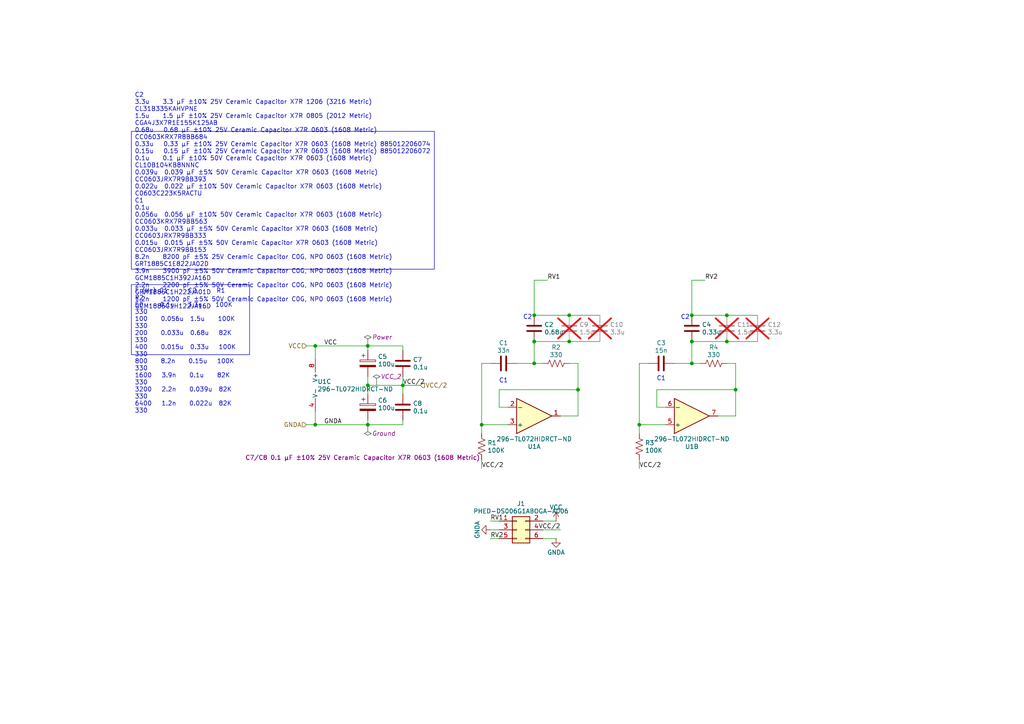
<source format=kicad_sch>
(kicad_sch (version 20231120) (generator "eeschema") (generator_version "8.0")
  (paper "A4")
  (title_block (title "2-Band-Gyrator") (date "2024-11-23") (rev "1.0"))
  (lib_symbols
    (symbol "Amplifier_Operational:TL072" (pin_names (offset 0.127))
      (property "Reference" "U" (at 0 5.08 0))
      (property "Value" "TL072" (at 0 -5.08 0))
      (symbol "TL072_1_1"
        (polyline (pts (xy -5.08 5.08) (xy 5.08 0) (xy -5.08 -5.08) (xy -5.08 5.08)) (stroke (width 0.254)) (fill (type background)))
        (pin output line (at 7.62 0 180) (length 2.54) (name "~") (number "1"))
        (pin input line (at -7.62 -2.54 0) (length 2.54) (name "-") (number "2"))
        (pin input line (at -7.62 2.54 0) (length 2.54) (name "+") (number "3"))
      )
      (symbol "TL072_2_1"
        (polyline (pts (xy -5.08 5.08) (xy 5.08 0) (xy -5.08 -5.08) (xy -5.08 5.08)) (stroke (width 0.254)) (fill (type background)))
        (pin input line (at -7.62 2.54 0) (length 2.54) (name "+") (number "5"))
        (pin input line (at -7.62 -2.54 0) (length 2.54) (name "-") (number "6"))
        (pin output line (at 7.62 0 180) (length 2.54) (name "~") (number "7"))
      )
      (symbol "TL072_3_1"
        (pin power_in line (at -2.54 -7.62 90) (length 3.81) (name "V-") (number "4"))
        (pin power_in line (at -2.54 7.62 270) (length 3.81) (name "V+") (number "8"))
      )
    )
    (symbol "Connector_Generic:Conn_02x03_Odd_Even" (pin_names (offset 1.016) hide)
      (property "Reference" "J" (at 1.27 5.08 0))
      (property "Value" "Conn_02x03_Odd_Even" (at 1.27 -5.08 0))
      (symbol "Conn_02x03_Odd_Even_1_1"
        (rectangle (start -1.27 -2.413) (end 0 -2.667) (stroke (width 0.1524)))
        (rectangle (start -1.27 0.127) (end 0 -0.127) (stroke (width 0.1524)))
        (rectangle (start -1.27 2.667) (end 0 2.413) (stroke (width 0.1524)))
        (rectangle (start -1.27 3.81) (end 3.81 -3.81) (stroke (width 0.254)) (fill (type background)))
        (rectangle (start 3.81 -2.413) (end 2.54 -2.667) (stroke (width 0.1524)))
        (rectangle (start 3.81 0.127) (end 2.54 -0.127) (stroke (width 0.1524)))
        (rectangle (start 3.81 2.667) (end 2.54 2.413) (stroke (width 0.1524)))
        (pin passive line (at -5.08 2.54 0) (length 3.81) (name "Pin_1") (number "1"))
        (pin passive line (at 7.62 2.54 180) (length 3.81) (name "Pin_2") (number "2"))
        (pin passive line (at -5.08 0 0) (length 3.81) (name "Pin_3") (number "3"))
        (pin passive line (at 7.62 0 180) (length 3.81) (name "Pin_4") (number "4"))
        (pin passive line (at -5.08 -2.54 0) (length 3.81) (name "Pin_5") (number "5"))
        (pin passive line (at 7.62 -2.54 180) (length 3.81) (name "Pin_6") (number "6"))
      )
    )
    (symbol "Device:C" (pin_numbers hide) (pin_names (offset 0.254))
      (property "Reference" "C" (at 0.635 2.54 0))
      (property "Value" "C" (at 0.635 -2.54 0))
      (symbol "C_0_1"
        (polyline (pts (xy -2.032 -0.762) (xy 2.032 -0.762)) (stroke (width 0.508)))
        (polyline (pts (xy -2.032 0.762) (xy 2.032 0.762)) (stroke (width 0.508)))
      )
      (symbol "C_1_1"
        (pin passive line (at 0 3.81 270) (length 2.794) (name "~") (number "1"))
        (pin passive line (at 0 -3.81 90) (length 2.794) (name "~") (number "2"))
      )
    )
    (symbol "Device:C_Polarized" (pin_numbers hide) (pin_names (offset 0.254))
      (property "Reference" "C" (at 0.635 2.54 0))
      (property "Value" "C_Polarized" (at 0.635 -2.54 0))
      (symbol "C_Polarized_0_1"
        (rectangle (start -2.286 0.508) (end 2.286 1.016))
        (polyline (pts (xy -1.778 2.286) (xy -0.762 2.286)))
        (polyline (pts (xy -1.27 2.794) (xy -1.27 1.778)))
        (rectangle (start 2.286 -0.508) (end -2.286 -1.016) (fill (type outline)))
      )
      (symbol "C_Polarized_1_1"
        (pin passive line (at 0 3.81 270) (length 2.794) (name "~") (number "1"))
        (pin passive line (at 0 -3.81 90) (length 2.794) (name "~") (number "2"))
      )
    )
    (symbol "Device:R_US" (pin_numbers hide) (pin_names (offset 0))
      (property "Reference" "R" (at 2.54 0 90))
      (property "Value" "R_US" (at -2.54 0 90))
      (symbol "R_US_0_1"
        (polyline (pts (xy 0 -2.286) (xy 0 -2.54)))
        (polyline (pts (xy 0 2.286) (xy 0 2.54)))
        (polyline (pts (xy 0 -0.762) (xy 1.016 -1.143) (xy 0 -1.524) (xy -1.016 -1.905) (xy 0 -2.286)))
        (polyline (pts (xy 0 0.762) (xy 1.016 0.381) (xy 0 0) (xy -1.016 -0.381) (xy 0 -0.762)))
        (polyline (pts (xy 0 2.286) (xy 1.016 1.905) (xy 0 1.524) (xy -1.016 1.143) (xy 0 0.762)))
      )
      (symbol "R_US_1_1"
        (pin passive line (at 0 3.81 270) (length 1.27) (name "~") (number "1"))
        (pin passive line (at 0 -3.81 90) (length 1.27) (name "~") (number "2"))
      )
    )
    (symbol "power:GNDA" (power) (pin_numbers hide) (pin_names (offset 0) hide)
      (property "Value" "GNDA" (at 0 -3.81 0))
      (symbol "GNDA_0_1"
        (polyline (pts (xy 0 0) (xy 0 -1.27) (xy 1.27 -1.27) (xy 0 -2.54) (xy -1.27 -1.27) (xy 0 -1.27)))
      )
      (symbol "GNDA_1_1"
        (pin power_in line (at 0 0 270) (length 0) (name "~") (number "1"))
      )
    )
    (symbol "power:VCC" (power) (pin_numbers hide) (pin_names (offset 0) hide)
      (property "Value" "VCC" (at 0 3.556 0))
      (symbol "VCC_0_1"
        (polyline (pts (xy -0.762 1.27) (xy 0 2.54)))
        (polyline (pts (xy 0 0) (xy 0 2.54)))
        (polyline (pts (xy 0 2.54) (xy 0.762 1.27)))
      )
      (symbol "VCC_1_1"
        (pin power_in line (at 0 0 90) (length 0) (name "~") (number "1"))
      )
    )
  )
  (junction (at 116.84 111.76))
  (junction (at 139.7 123.19))
  (junction (at 165.1 99.06))
  (junction (at 210.82 99.06))
  (junction (at 185.42 123.19))
  (junction (at 106.68 111.76))
  (junction (at 91.44 123.19))
  (junction (at 154.94 91.44))
  (junction (at 91.44 100.33))
  (junction (at 106.68 123.19))
  (junction (at 200.66 99.06))
  (junction (at 200.66 91.44))
  (junction (at 165.1 91.44))
  (junction (at 154.94 105.41))
  (junction (at 200.66 105.41))
  (junction (at 106.68 100.33))
  (junction (at 213.36 113.03))
  (junction (at 210.82 91.44))
  (junction (at 167.64 113.03))
  (junction (at 154.94 99.06))
  (wire (pts (xy 116.84 100.33) (xy 116.84 101.6)))
  (wire (pts (xy 142.24 105.41) (xy 139.7 105.41)))
  (wire (pts (xy 116.84 121.92) (xy 116.84 123.19)))
  (wire (pts (xy 142.24 156.21) (xy 144.78 156.21)))
  (wire (pts (xy 144.78 113.03) (xy 144.78 118.11)))
  (wire (pts (xy 144.78 118.11) (xy 147.32 118.11)))
  (wire (pts (xy 161.29 156.21) (xy 157.48 156.21)))
  (wire (pts (xy 154.94 99.06) (xy 165.1 99.06)))
  (wire (pts (xy 167.64 113.03) (xy 167.64 120.65)))
  (wire (pts (xy 106.68 109.22) (xy 106.68 111.76)))
  (wire (pts (xy 144.78 113.03) (xy 167.64 113.03)))
  (wire (pts (xy 185.42 105.41) (xy 185.42 123.19)))
  (wire (pts (xy 213.36 113.03) (xy 213.36 105.41)))
  (wire (pts (xy 106.68 123.19) (xy 106.68 121.92)))
  (wire (pts (xy 200.66 81.28) (xy 204.47 81.28)))
  (wire (pts (xy 154.94 91.44) (xy 165.1 91.44)))
  (wire (pts (xy 154.94 81.28) (xy 158.75 81.28)))
  (wire (pts (xy 167.64 105.41) (xy 165.1 105.41)))
  (wire (pts (xy 139.7 123.19) (xy 147.32 123.19)))
  (wire (pts (xy 91.44 100.33) (xy 91.44 104.14)))
  (wire (pts (xy 142.24 153.67) (xy 144.78 153.67)))
  (wire (pts (xy 193.04 118.11) (xy 190.5 118.11)))
  (wire (pts (xy 161.29 151.13) (xy 157.48 151.13)))
  (wire (pts (xy 116.84 111.76) (xy 106.68 111.76)))
  (wire (pts (xy 162.56 153.67) (xy 157.48 153.67)))
  (wire (pts (xy 139.7 105.41) (xy 139.7 123.19)))
  (wire (pts (xy 106.68 100.33) (xy 116.84 100.33)))
  (wire (pts (xy 91.44 119.38) (xy 91.44 123.19)))
  (wire (pts (xy 210.82 91.44) (xy 219.71 91.44)))
  (wire (pts (xy 88.9 100.33) (xy 91.44 100.33)))
  (wire (pts (xy 200.66 91.44) (xy 210.82 91.44)))
  (wire (pts (xy 185.42 123.19) (xy 193.04 123.19)))
  (wire (pts (xy 165.1 99.06) (xy 173.99 99.06)))
  (wire (pts (xy 91.44 100.33) (xy 106.68 100.33)))
  (wire (pts (xy 200.66 99.06) (xy 210.82 99.06)))
  (wire (pts (xy 139.7 123.19) (xy 139.7 125.73)))
  (wire (pts (xy 190.5 113.03) (xy 213.36 113.03)))
  (wire (pts (xy 139.7 135.89) (xy 139.7 133.35)))
  (wire (pts (xy 149.86 105.41) (xy 154.94 105.41)))
  (wire (pts (xy 187.96 105.41) (xy 185.42 105.41)))
  (wire (pts (xy 185.42 135.89) (xy 185.42 133.35)))
  (wire (pts (xy 213.36 105.41) (xy 210.82 105.41)))
  (wire (pts (xy 185.42 123.19) (xy 185.42 125.73)))
  (wire (pts (xy 121.92 111.76) (xy 116.84 111.76)))
  (wire (pts (xy 116.84 123.19) (xy 106.68 123.19)))
  (wire (pts (xy 154.94 91.44) (xy 154.94 81.28)))
  (wire (pts (xy 213.36 120.65) (xy 208.28 120.65)))
  (wire (pts (xy 167.64 113.03) (xy 167.64 105.41)))
  (wire (pts (xy 190.5 118.11) (xy 190.5 113.03)))
  (wire (pts (xy 106.68 101.6) (xy 106.68 100.33)))
  (wire (pts (xy 165.1 91.44) (xy 173.99 91.44)))
  (wire (pts (xy 154.94 105.41) (xy 157.48 105.41)))
  (wire (pts (xy 213.36 113.03) (xy 213.36 120.65)))
  (wire (pts (xy 210.82 99.06) (xy 219.71 99.06)))
  (wire (pts (xy 116.84 111.76) (xy 116.84 114.3)))
  (wire (pts (xy 142.24 151.13) (xy 144.78 151.13)))
  (wire (pts (xy 154.94 99.06) (xy 154.94 105.41)))
  (wire (pts (xy 200.66 81.28) (xy 200.66 91.44)))
  (wire (pts (xy 91.44 123.19) (xy 106.68 123.19)))
  (wire (pts (xy 106.68 111.76) (xy 106.68 114.3)))
  (wire (pts (xy 200.66 105.41) (xy 203.2 105.41)))
  (wire (pts (xy 116.84 109.22) (xy 116.84 111.76)))
  (wire (pts (xy 167.64 120.65) (xy 162.56 120.65)))
  (wire (pts (xy 195.58 105.41) (xy 200.66 105.41)))
  (wire (pts (xy 200.66 99.06) (xy 200.66 105.41)))
  (wire (pts (xy 88.9 123.19) (xy 91.44 123.19)))
  (text_box "C2    \n3.3u    3.3 µF ±10% 25V Ceramic Capacitor X7R 1206 (3216 Metric) CL31B335KAHVPNE\n1.5u    1.5 µF ±10% 25V Ceramic Capacitor X7R 0805 (2012 Metric) CGA4J3X7R1E155K125AB\n0.68u   0.68 µF ±10% 25V Ceramic Capacitor X7R 0603 (1608 Metric) CC0603KRX7R8BB684\n0.33u   0.33 µF ±10% 25V Ceramic Capacitor X7R 0603 (1608 Metric) 885012206074\n0.15u   0.15 µF ±10% 25V Ceramic Capacitor X7R 0603 (1608 Metric) 885012206072\n0.1u    0.1 µF ±10% 50V Ceramic Capacitor X7R 0603 (1608 Metric) CL10B104KB8NNNC\n0.039u  0.039 µF ±5% 50V Ceramic Capacitor X7R 0603 (1608 Metric) CC0603JRX7R9BB393\n0.022u  0.022 µF ±10% 50V Ceramic Capacitor X7R 0603 (1608 Metric) C0603C223K5RACTU\nC1    \n0.1u    \n0.056u  0.056 µF ±10% 50V Ceramic Capacitor X7R 0603 (1608 Metric) CC0603KRX7R9BB563\n0.033u  0.033 µF ±5% 50V Ceramic Capacitor X7R 0603 (1608 Metric) CC0603JRX7R9BB333\n0.015u  0.015 µF ±5% 50V Ceramic Capacitor X7R 0603 (1608 Metric) CC0603JRX7R9BB153\n8.2n    8200 pF ±5% 25V Ceramic Capacitor C0G, NP0 0603 (1608 Metric) GRT1885C1E822JA02D\n3.9n    3900 pF ±5% 50V Ceramic Capacitor C0G, NP0 0603 (1608 Metric) GCM1885C1H392JA16D\n2.2n    2200 pF ±5% 50V Ceramic Capacitor C0G, NP0 0603 (1608 Metric) GRM1885C1H222JA01D\n1.2n    1200 pF ±5% 50V Ceramic Capacitor C0G, NP0 0603 (1608 Metric) GCM1885C1H122JA16D" (at 38.1 38.1 0) (size 87.8822 39.9827) (effects (font (size 1.27 1.27)) (justify left)))
  (text_box "F (Hz) C1      C2      R1     R2\n50     0.1u    3.3u    100K   330\n100    0.056u  1.5u    100K   330\n200    0.033u  0.68u   82K    330\n400    0.015u  0.33u   100K   330\n800    8.2n    0.15u   100K   330\n1600   3.9n    0.1u    82K    330\n3200   2.2n    0.039u  82K    330\n6400   1.2n    0.022u  82K    330" (at 38.1 82.55 0) (size 34.29 20.32) (effects (font (size 1.27 1.27)) (justify left top)))
  (text "C1" (at 191.77 109.855 0) (effects (font (size 1.27 1.27))))
  (text "C2" (at 198.755 92.075 0) (effects (font (size 1.27 1.27))))
  (text "C1" (at 146.05 110.49 0) (effects (font (size 1.27 1.27))))
  (text "C2" (at 153.035 92.075 0) (effects (font (size 1.27 1.27))))
  (label "VCC{slash}2" (at 139.7 135.89 0))
  (label "GNDA" (at 93.98 123.19 0))
  (label "RV1" (at 158.75 81.28 0))
  (label "VCC{slash}2" (at 185.42 135.89 0))
  (label "VCC" (at 93.98 100.33 0))
  (label "VCC{slash}2" (at 162.56 153.67 180))
  (label "VCC{slash}2" (at 116.84 111.76 0))
  (label "RV1" (at 142.24 151.13 0))
  (label "RV2" (at 142.24 156.21 0))
  (label "RV2" (at 204.47 81.28 0))
  (hierarchical_label "GNDA" (shape input) (at 88.9 123.19 180))
  (hierarchical_label "VCC{slash}2" (shape input) (at 121.92 111.76 0))
  (hierarchical_label "VCC" (shape input) (at 88.9 100.33 180))
  (netclass_flag "" (length 2.54) (shape diamond) (at 106.68 123.19 180) (property "Netclass" "Ground" (at 107.8865 125.73 0) (effects (font (italic yes)) (justify left))))
  (netclass_flag "" (length 2.54) (shape diamond) (at 109.22 111.76 0) (property "Netclass" "VCC_2" (at 110.4265 109.22 0) (effects (font (italic yes)) (justify left))))
  (netclass_flag "" (length 2.54) (shape diamond) (at 106.68 100.33 0) (property "Netclass" "Power" (at 107.8865 97.79 0) (effects (font (italic yes)) (justify left))))
  (symbol (lib_id "Device:R_US") (at 207.01 105.41 90) (unit 1)
    (property "Reference" "R4" (at 207.01 100.7317 90))
    (property "Value" "330" (at 207.01 102.9192 90))
    (property "Footprint" "Resistor_SMD:R_0805_2012Metric" (effects (hide yes)))
    (property "Description" "Resistor, US symbol" (effects (hide yes)))
  )
  (symbol (lib_id "Device:C") (at 219.71 95.25 180) (unit 1) (dnp yes)
    (property "Reference" "C12" (at 222.631 94.1562 0) (effects (justify right)))
    (property "Value" "3.3u" (at 222.631 96.3437 0) (effects (justify right)))
    (property "Footprint" "Capacitor_SMD:C_1206_3216Metric_Pad1.33x1.80mm_HandSolder" (effects (hide yes)))
  )
  (symbol (lib_id "Device:C") (at 146.05 105.41 90) (unit 1)
    (property "Reference" "C1" (at 146.05 99.4617 90))
    (property "Value" "33n" (at 146.05 101.6492 90))
    (property "Footprint" "Capacitor_SMD:C_0603_1608Metric_Pad1.08x0.95mm_HandSolder" (effects (hide yes)))
    (property "Description" "CC0603JRX7R9BB333" (effects (hide yes)))
  )
  (symbol (lib_id "power:GNDA") (at 161.29 156.21 0) (mirror y) (unit 1)
    (property "Reference" "#PWR06" (effects (hide yes)))
    (property "Value" "GNDA" (at 161.29 160.2247 0))
    (property "Description" "Power symbol creates a global label with name \"GNDA\" , analog ground" (effects (hide yes)))
  )
  (symbol (lib_id "power:GNDA") (at 142.24 153.67 270) (mirror x) (unit 1)
    (property "Reference" "#PWR04" (effects (hide yes)))
    (property "Value" "GNDA" (at 138.43 153.67 0))
    (property "Description" "Power symbol creates a global label with name \"GNDA\" , analog ground" (effects (hide yes)))
  )
  (symbol (lib_id "Amplifier_Operational:TL072") (at 93.98 111.76 0) (unit 3)
    (property "Reference" "U1" (at 92.075 110.6662 0) (effects (justify left)))
    (property "Value" "296-TL072HIDRCT-ND" (at 92.075 112.8537 0) (effects (justify left)))
    (property "Footprint" "Package_SO:SOIC-8_3.9x4.9mm_P1.27mm" (effects (hide yes)))
    (property "Datasheet" "https://www.digikey.com/en/products/detail/texas-instruments/TL072HIDR/15205173" (effects (hide yes)))
    (property "Description" "Dual Low-Noise JFET-Input Operational Amplifiers, DIP-8/SOIC-8" (effects (hide yes)))
  )
  (symbol (lib_id "Device:C") (at 200.66 95.25 180) (unit 1)
    (property "Reference" "C4" (at 203.581 94.1562 0) (effects (justify right)))
    (property "Value" "0.33u" (at 203.581 96.3437 0) (effects (justify right)))
    (property "Footprint" "Capacitor_SMD:C_0603_1608Metric_Pad1.08x0.95mm_HandSolder" (effects (hide yes)))
    (property "Datasheet" "https://www.digikey.com/en/products/detail/samsung-electro-mechanics/CL31B335KAHVPNE/5961344" (effects (hide yes)))
  )
  (symbol (lib_id "Amplifier_Operational:TL072") (at 200.66 120.65 0) (mirror x) (unit 2)
    (property "Reference" "U1" (at 200.66 129.5193 0))
    (property "Value" "296-TL072HIDRCT-ND" (at 200.66 127.3318 0))
    (property "Footprint" "Package_SO:SOIC-8_3.9x4.9mm_P1.27mm" (effects (hide yes)))
    (property "Datasheet" "https://www.digikey.com/en/products/detail/texas-instruments/TL072HIDR/15205173" (effects (hide yes)))
    (property "Description" "Dual Low-Noise JFET-Input Operational Amplifiers, DIP-8/SOIC-8" (effects (hide yes)))
  )
  (symbol (lib_id "Device:C") (at 191.77 105.41 90) (unit 1)
    (property "Reference" "C3" (at 191.77 99.4617 90))
    (property "Value" "15n" (at 191.77 101.6492 90))
    (property "Footprint" "Capacitor_SMD:C_0603_1608Metric_Pad1.08x0.95mm_HandSolder" (effects (hide yes)))
    (property "Description" "CC0603JRX7R9BB153" (effects (hide yes)))
  )
  (symbol (lib_id "Device:C") (at 116.84 118.11 180) (unit 1)
    (property "Reference" "C8" (at 119.761 117.0162 0) (effects (justify right)))
    (property "Value" "0.1u" (at 119.761 119.2037 0) (effects (justify right)))
    (property "Footprint" "Capacitor_SMD:C_0603_1608Metric_Pad1.08x0.95mm_HandSolder" (effects (hide yes)))
    (property "Datasheet" "https://www.digikey.com/en/products/detail/yageo/CC0603KRX7R8BB104/2103079" (effects (hide yes)))
    (property "Description" "0.1 µF ±10% 25V Ceramic Capacitor X7R 0603 (1608 Metric)" (effects (hide yes)))
  )
  (symbol (lib_id "Connector_Generic:Conn_02x03_Odd_Even") (at 149.86 153.67 0) (unit 1)
    (property "Reference" "J1" (at 151.13 146.0707 0))
    (property "Value" "PHED-DS006G1ABOGA-A006" (at 151.13 148.2582 0))
    (property "Footprint" "Connector_PinHeader_2.54mm:PinHeader_2x03_P2.54mm_Vertical" (effects (hide yes)))
    (property "Datasheet" "https://www.digikey.com/en/products/detail/superior-tech/PHED-DS006G1ABOGA-A006/16583466" (effects (hide yes)))
    (property "Description" "MALE HEADER VERTICAL THROUGH HOL" (effects (hide yes)))
  )
  (symbol (lib_id "Device:R_US") (at 139.7 129.54 180) (unit 1)
    (property "Reference" "R1" (at 141.351 128.4462 0) (effects (justify right)))
    (property "Value" "100K" (at 141.351 130.6337 0) (effects (justify right)))
    (property "Footprint" "Resistor_SMD:R_0805_2012Metric" (effects (hide yes)))
    (property "Description" "Resistor, US symbol" (effects (hide yes)))
  )
  (symbol (lib_id "Device:C_Polarized") (at 106.68 118.11 0) (unit 1)
    (property "Reference" "C6" (at 109.601 116.1272 0) (effects (justify left)))
    (property "Value" "100u" (at 109.601 118.3147 0) (effects (justify left)))
    (property "Footprint" "Capacitor_THT:CP_Radial_D5.0mm_P2.00mm" (effects (hide yes)))
    (property "Datasheet" "https://www.digikey.com/en/products/detail/kemet/ESK107M016AC3AA/3083016" (effects (hide yes)))
    (property "Description" "CAP ALUM 100UF 20% 16V RADIAL TH" (effects (hide yes)))
  )
  (symbol (lib_id "Device:C") (at 154.94 95.25 180) (unit 1)
    (property "Reference" "C2" (at 157.861 94.1562 0) (effects (justify right)))
    (property "Value" "0.68u" (at 157.861 96.3437 0) (effects (justify right)))
    (property "Footprint" "Capacitor_SMD:C_0603_1608Metric_Pad1.08x0.95mm_HandSolder" (effects (hide yes)))
    (property "Datasheet" "https://www.digikey.com/en/products/detail/yageo/CC0603KRX7R8BB684/16797741" (effects (hide yes)))
  )
  (symbol (lib_id "Device:C") (at 165.1 95.25 180) (unit 1) (dnp yes)
    (property "Reference" "C9" (at 168.021 94.1562 0) (effects (justify right)))
    (property "Value" "1.5u" (at 168.021 96.3437 0) (effects (justify right)))
    (property "Footprint" "Capacitor_SMD:C_0805_2012Metric_Pad1.18x1.45mm_HandSolder" (effects (hide yes)))
  )
  (symbol (lib_id "Device:C") (at 173.99 95.25 180) (unit 1) (dnp yes)
    (property "Reference" "C10" (at 176.911 94.1562 0) (effects (justify right)))
    (property "Value" "3.3u" (at 176.911 96.3437 0) (effects (justify right)))
    (property "Footprint" "Capacitor_SMD:C_1206_3216Metric_Pad1.33x1.80mm_HandSolder" (effects (hide yes)))
  )
  (symbol (lib_id "Device:C") (at 116.84 105.41 180) (unit 1)
    (property "Reference" "C7" (at 119.761 104.3162 0) (effects (justify right)))
    (property "Value" "0.1u" (at 119.761 106.5037 0) (effects (justify right)))
    (property "Footprint" "Capacitor_SMD:C_0603_1608Metric_Pad1.08x0.95mm_HandSolder" (effects (hide yes)))
    (property "Datasheet" "https://www.digikey.com/en/products/detail/yageo/CC0603KRX7R8BB104/2103079" (effects (hide yes)))
    (property "Description" "C7/C8 0.1 µF ±10% 25V Ceramic Capacitor X7R 0603 (1608 Metric)" (at 71.12 132.715 0) (effects (justify right)))
  )
  (symbol (lib_id "Device:C_Polarized") (at 106.68 105.41 0) (unit 1)
    (property "Reference" "C5" (at 109.601 103.4272 0) (effects (justify left)))
    (property "Value" "100u" (at 109.601 105.6147 0) (effects (justify left)))
    (property "Footprint" "Capacitor_THT:CP_Radial_D5.0mm_P2.00mm" (effects (hide yes)))
    (property "Datasheet" "https://www.digikey.com/en/products/detail/kemet/ESK107M016AC3AA/3083016" (effects (hide yes)))
    (property "Description" "CAP ALUM 100UF 20% 16V RADIAL TH" (effects (hide yes)))
  )
  (symbol (lib_id "Device:C") (at 210.82 95.25 180) (unit 1) (dnp yes)
    (property "Reference" "C11" (at 213.741 94.1562 0) (effects (justify right)))
    (property "Value" "1.5u" (at 213.741 96.3437 0) (effects (justify right)))
    (property "Footprint" "Capacitor_SMD:C_0805_2012Metric_Pad1.18x1.45mm_HandSolder" (effects (hide yes)))
  )
  (symbol (lib_id "power:VCC") (at 161.29 151.13 0) (mirror y) (unit 1)
    (property "Reference" "#PWR05" (effects (hide yes)))
    (property "Value" "VCC" (at 161.29 147.1153 0))
    (property "Description" "Power symbol creates a global label with name \"VCC\"" (effects (hide yes)))
  )
  (symbol (lib_id "Device:R_US") (at 161.29 105.41 90) (unit 1)
    (property "Reference" "R2" (at 161.29 100.7317 90))
    (property "Value" "330" (at 161.29 102.9192 90))
    (property "Footprint" "Resistor_SMD:R_0805_2012Metric" (effects (hide yes)))
    (property "Description" "Resistor, US symbol" (effects (hide yes)))
  )
  (symbol (lib_id "Amplifier_Operational:TL072") (at 154.94 120.65 0) (mirror x) (unit 1)
    (property "Reference" "U1" (at 154.94 129.5193 0))
    (property "Value" "296-TL072HIDRCT-ND" (at 154.94 127.3318 0))
    (property "Footprint" "Package_SO:SOIC-8_3.9x4.9mm_P1.27mm" (effects (hide yes)))
    (property "Datasheet" "https://www.digikey.com/en/products/detail/texas-instruments/TL072HIDR/15205173" (effects (hide yes)))
    (property "Description" "Dual Low-Noise JFET-Input Operational Amplifiers, DIP-8/SOIC-8" (effects (hide yes)))
  )
  (symbol (lib_id "Device:R_US") (at 185.42 129.54 180) (unit 1)
    (property "Reference" "R3" (at 187.071 128.4462 0) (effects (justify right)))
    (property "Value" "100K" (at 187.071 130.6337 0) (effects (justify right)))
    (property "Footprint" "Resistor_SMD:R_0805_2012Metric" (effects (hide yes)))
    (property "Description" "Resistor, US symbol" (effects (hide yes)))
  )
)
</source>
